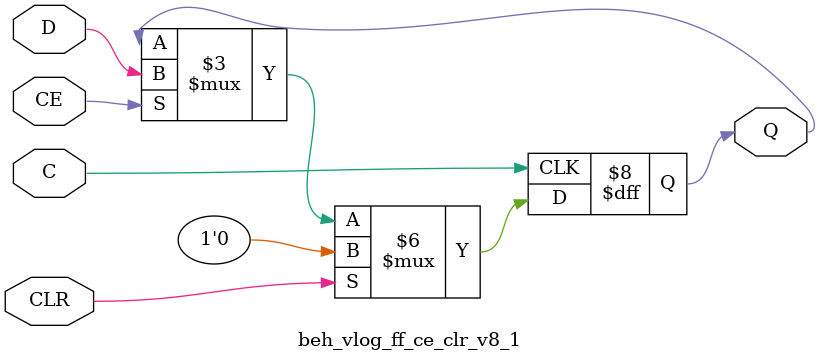
<source format=v>
module beh_vlog_ff_ce_clr_v8_1 (Q, C, CE, CLR, D);
  parameter INIT = 0;
localparam FLOP_DELAY = 100;
    output Q;
    input  C, CE, CLR, D;
    reg Q;
    initial Q= 1'b0;
    always @(posedge C )
       if (CLR)
           Q <= 1'b0;
       else if (CE)
	   Q <= #FLOP_DELAY D;
endmodule
</source>
